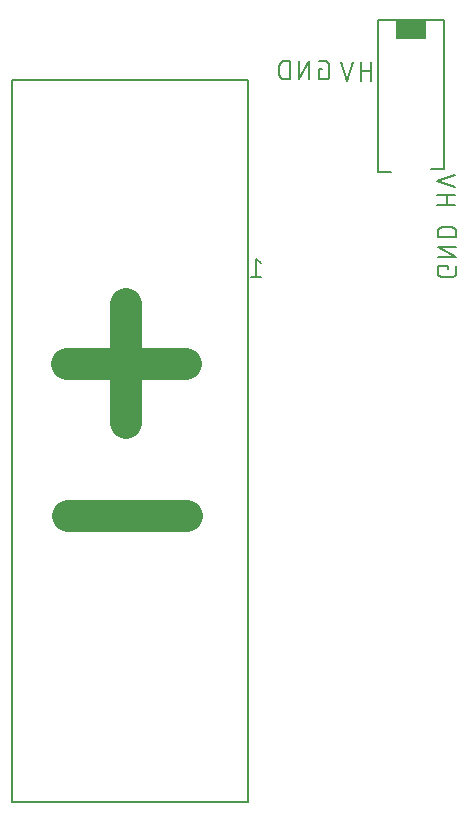
<source format=gbr>
G04 EAGLE Gerber RS-274X export*
G75*
%MOMM*%
%FSLAX34Y34*%
%LPD*%
%INSilkscreen Bottom*%
%IPPOS*%
%AMOC8*
5,1,8,0,0,1.08239X$1,22.5*%
G01*
%ADD10C,2.667000*%
%ADD11C,0.203200*%
%ADD12R,2.500000X1.500000*%
%ADD13C,0.127000*%


D10*
X49579Y57276D02*
X-51175Y57276D01*
X-798Y6899D02*
X-798Y107652D01*
X-50667Y-71248D02*
X50087Y-71248D01*
D11*
X261974Y191800D02*
X277722Y191800D01*
X270723Y191800D02*
X270723Y200549D01*
X277722Y200549D02*
X261974Y200549D01*
X261974Y212327D02*
X277722Y207077D01*
X277722Y217576D02*
X261974Y212327D01*
X206654Y296826D02*
X206654Y312574D01*
X206654Y305575D02*
X197905Y305575D01*
X197905Y312574D02*
X197905Y296826D01*
X186127Y296826D02*
X191377Y312574D01*
X180878Y312574D02*
X186127Y296826D01*
X271485Y139811D02*
X271485Y137186D01*
X271485Y139811D02*
X262736Y139811D01*
X262736Y134562D01*
X262738Y134445D01*
X262744Y134328D01*
X262754Y134212D01*
X262767Y134095D01*
X262785Y133980D01*
X262806Y133865D01*
X262831Y133751D01*
X262860Y133637D01*
X262893Y133525D01*
X262930Y133414D01*
X262970Y133304D01*
X263014Y133196D01*
X263061Y133089D01*
X263112Y132983D01*
X263167Y132880D01*
X263225Y132778D01*
X263286Y132679D01*
X263350Y132581D01*
X263418Y132486D01*
X263489Y132393D01*
X263563Y132302D01*
X263640Y132214D01*
X263720Y132129D01*
X263803Y132046D01*
X263888Y131966D01*
X263976Y131889D01*
X264067Y131815D01*
X264160Y131744D01*
X264255Y131676D01*
X264353Y131612D01*
X264452Y131551D01*
X264554Y131493D01*
X264657Y131438D01*
X264763Y131387D01*
X264870Y131340D01*
X264978Y131296D01*
X265088Y131256D01*
X265199Y131219D01*
X265311Y131186D01*
X265425Y131157D01*
X265539Y131132D01*
X265654Y131111D01*
X265769Y131093D01*
X265886Y131080D01*
X266002Y131070D01*
X266119Y131064D01*
X266236Y131062D01*
X274984Y131062D01*
X275101Y131064D01*
X275218Y131070D01*
X275334Y131080D01*
X275451Y131093D01*
X275566Y131111D01*
X275681Y131132D01*
X275795Y131157D01*
X275909Y131186D01*
X276021Y131219D01*
X276132Y131256D01*
X276242Y131296D01*
X276350Y131340D01*
X276457Y131387D01*
X276563Y131438D01*
X276666Y131493D01*
X276768Y131551D01*
X276867Y131612D01*
X276965Y131676D01*
X277060Y131744D01*
X277153Y131815D01*
X277244Y131889D01*
X277332Y131966D01*
X277417Y132046D01*
X277500Y132129D01*
X277580Y132214D01*
X277657Y132302D01*
X277731Y132393D01*
X277802Y132486D01*
X277870Y132581D01*
X277934Y132679D01*
X277995Y132778D01*
X278053Y132880D01*
X278108Y132983D01*
X278159Y133089D01*
X278206Y133196D01*
X278250Y133304D01*
X278290Y133414D01*
X278327Y133525D01*
X278360Y133637D01*
X278389Y133751D01*
X278414Y133865D01*
X278435Y133980D01*
X278453Y134095D01*
X278466Y134212D01*
X278476Y134328D01*
X278482Y134445D01*
X278484Y134562D01*
X278484Y139811D01*
X278484Y147736D02*
X262736Y147736D01*
X262736Y156484D02*
X278484Y147736D01*
X278484Y156484D02*
X262736Y156484D01*
X262736Y164409D02*
X278484Y164409D01*
X278484Y168783D01*
X278482Y168913D01*
X278476Y169042D01*
X278467Y169171D01*
X278453Y169300D01*
X278436Y169429D01*
X278415Y169557D01*
X278390Y169684D01*
X278362Y169810D01*
X278329Y169936D01*
X278293Y170060D01*
X278254Y170184D01*
X278210Y170306D01*
X278163Y170427D01*
X278113Y170546D01*
X278059Y170664D01*
X278001Y170780D01*
X277940Y170895D01*
X277876Y171007D01*
X277809Y171118D01*
X277738Y171227D01*
X277664Y171333D01*
X277587Y171437D01*
X277507Y171539D01*
X277423Y171638D01*
X277337Y171735D01*
X277248Y171830D01*
X277157Y171921D01*
X277062Y172010D01*
X276965Y172096D01*
X276866Y172180D01*
X276764Y172260D01*
X276660Y172337D01*
X276554Y172411D01*
X276445Y172482D01*
X276334Y172549D01*
X276222Y172613D01*
X276107Y172674D01*
X275991Y172732D01*
X275873Y172786D01*
X275754Y172836D01*
X275633Y172883D01*
X275511Y172927D01*
X275387Y172966D01*
X275263Y173002D01*
X275137Y173035D01*
X275011Y173063D01*
X274884Y173088D01*
X274756Y173109D01*
X274627Y173126D01*
X274498Y173140D01*
X274369Y173149D01*
X274240Y173155D01*
X274110Y173157D01*
X274110Y173158D02*
X267110Y173158D01*
X267110Y173157D02*
X266980Y173155D01*
X266851Y173149D01*
X266722Y173140D01*
X266593Y173126D01*
X266464Y173109D01*
X266336Y173088D01*
X266209Y173063D01*
X266083Y173035D01*
X265957Y173002D01*
X265833Y172966D01*
X265709Y172927D01*
X265587Y172883D01*
X265466Y172836D01*
X265347Y172786D01*
X265229Y172732D01*
X265113Y172674D01*
X264998Y172613D01*
X264886Y172549D01*
X264775Y172482D01*
X264666Y172411D01*
X264560Y172337D01*
X264456Y172260D01*
X264354Y172180D01*
X264255Y172096D01*
X264158Y172010D01*
X264063Y171921D01*
X263972Y171830D01*
X263883Y171735D01*
X263797Y171638D01*
X263713Y171539D01*
X263633Y171437D01*
X263556Y171333D01*
X263482Y171227D01*
X263411Y171118D01*
X263344Y171007D01*
X263280Y170895D01*
X263219Y170780D01*
X263161Y170664D01*
X263107Y170546D01*
X263057Y170427D01*
X263010Y170306D01*
X262966Y170184D01*
X262927Y170060D01*
X262891Y169936D01*
X262858Y169810D01*
X262830Y169684D01*
X262805Y169557D01*
X262784Y169429D01*
X262767Y169300D01*
X262753Y169171D01*
X262744Y169042D01*
X262738Y168913D01*
X262736Y168783D01*
X262736Y164409D01*
X164748Y306845D02*
X162123Y306845D01*
X162123Y298096D01*
X167372Y298096D01*
X167489Y298098D01*
X167606Y298104D01*
X167722Y298114D01*
X167839Y298127D01*
X167954Y298145D01*
X168069Y298166D01*
X168183Y298191D01*
X168297Y298220D01*
X168409Y298253D01*
X168520Y298290D01*
X168630Y298330D01*
X168738Y298374D01*
X168845Y298421D01*
X168951Y298472D01*
X169054Y298527D01*
X169156Y298585D01*
X169255Y298646D01*
X169353Y298710D01*
X169448Y298778D01*
X169541Y298849D01*
X169632Y298923D01*
X169720Y299000D01*
X169805Y299080D01*
X169888Y299163D01*
X169968Y299248D01*
X170045Y299336D01*
X170119Y299427D01*
X170190Y299520D01*
X170258Y299615D01*
X170322Y299713D01*
X170383Y299812D01*
X170441Y299914D01*
X170496Y300017D01*
X170547Y300123D01*
X170594Y300230D01*
X170638Y300338D01*
X170678Y300448D01*
X170715Y300559D01*
X170748Y300671D01*
X170777Y300785D01*
X170802Y300899D01*
X170823Y301014D01*
X170841Y301130D01*
X170854Y301246D01*
X170864Y301362D01*
X170870Y301479D01*
X170872Y301596D01*
X170872Y310344D01*
X170870Y310461D01*
X170864Y310578D01*
X170854Y310694D01*
X170841Y310810D01*
X170823Y310926D01*
X170802Y311041D01*
X170777Y311155D01*
X170748Y311269D01*
X170715Y311381D01*
X170678Y311492D01*
X170638Y311602D01*
X170594Y311710D01*
X170547Y311817D01*
X170496Y311923D01*
X170441Y312026D01*
X170383Y312128D01*
X170322Y312227D01*
X170258Y312325D01*
X170190Y312420D01*
X170119Y312513D01*
X170045Y312604D01*
X169968Y312692D01*
X169888Y312777D01*
X169805Y312860D01*
X169720Y312940D01*
X169632Y313017D01*
X169541Y313091D01*
X169448Y313162D01*
X169353Y313230D01*
X169255Y313294D01*
X169156Y313355D01*
X169054Y313413D01*
X168951Y313468D01*
X168845Y313519D01*
X168738Y313566D01*
X168630Y313610D01*
X168520Y313650D01*
X168409Y313687D01*
X168297Y313720D01*
X168183Y313749D01*
X168069Y313774D01*
X167954Y313795D01*
X167839Y313813D01*
X167722Y313826D01*
X167606Y313836D01*
X167489Y313842D01*
X167372Y313844D01*
X162123Y313844D01*
X154198Y313844D02*
X154198Y298096D01*
X145450Y298096D02*
X154198Y313844D01*
X145450Y313844D02*
X145450Y298096D01*
X137525Y298096D02*
X137525Y313844D01*
X133151Y313844D01*
X133021Y313842D01*
X132892Y313836D01*
X132763Y313827D01*
X132634Y313813D01*
X132505Y313796D01*
X132377Y313775D01*
X132250Y313750D01*
X132124Y313722D01*
X131998Y313689D01*
X131874Y313653D01*
X131750Y313614D01*
X131628Y313570D01*
X131507Y313523D01*
X131388Y313473D01*
X131270Y313419D01*
X131154Y313361D01*
X131039Y313300D01*
X130927Y313236D01*
X130816Y313169D01*
X130707Y313098D01*
X130601Y313024D01*
X130497Y312947D01*
X130395Y312867D01*
X130296Y312783D01*
X130199Y312697D01*
X130104Y312608D01*
X130013Y312517D01*
X129924Y312422D01*
X129838Y312325D01*
X129754Y312226D01*
X129674Y312124D01*
X129597Y312020D01*
X129523Y311914D01*
X129452Y311805D01*
X129385Y311694D01*
X129321Y311582D01*
X129260Y311467D01*
X129202Y311351D01*
X129148Y311233D01*
X129098Y311114D01*
X129051Y310993D01*
X129007Y310871D01*
X128968Y310747D01*
X128932Y310623D01*
X128899Y310497D01*
X128871Y310371D01*
X128846Y310244D01*
X128825Y310116D01*
X128808Y309987D01*
X128794Y309858D01*
X128785Y309729D01*
X128779Y309600D01*
X128777Y309470D01*
X128776Y309470D02*
X128776Y302470D01*
X128777Y302470D02*
X128779Y302340D01*
X128785Y302211D01*
X128794Y302082D01*
X128808Y301953D01*
X128825Y301824D01*
X128846Y301696D01*
X128871Y301569D01*
X128899Y301443D01*
X128932Y301317D01*
X128968Y301193D01*
X129007Y301069D01*
X129051Y300947D01*
X129098Y300826D01*
X129148Y300707D01*
X129202Y300589D01*
X129260Y300473D01*
X129321Y300358D01*
X129385Y300246D01*
X129452Y300135D01*
X129523Y300026D01*
X129597Y299920D01*
X129674Y299816D01*
X129754Y299714D01*
X129838Y299615D01*
X129924Y299518D01*
X130013Y299423D01*
X130104Y299332D01*
X130199Y299243D01*
X130296Y299157D01*
X130395Y299073D01*
X130497Y298993D01*
X130601Y298916D01*
X130707Y298842D01*
X130816Y298771D01*
X130927Y298704D01*
X131039Y298640D01*
X131154Y298579D01*
X131270Y298521D01*
X131388Y298467D01*
X131507Y298417D01*
X131628Y298370D01*
X131750Y298326D01*
X131874Y298287D01*
X131998Y298251D01*
X132124Y298218D01*
X132250Y298190D01*
X132377Y298165D01*
X132505Y298144D01*
X132634Y298127D01*
X132763Y298113D01*
X132892Y298104D01*
X133021Y298098D01*
X133151Y298096D01*
X137525Y298096D01*
X109164Y146436D02*
X113538Y142936D01*
X109164Y146436D02*
X109164Y130688D01*
X113538Y130688D02*
X104789Y130688D01*
X212280Y220141D02*
X223280Y220141D01*
X212280Y220141D02*
X212280Y348141D01*
X268460Y348141D01*
X268460Y222141D01*
X257460Y222141D01*
D12*
X240370Y339641D03*
D13*
X-97750Y298020D02*
X-97750Y-313390D01*
X102250Y-313390D02*
X102250Y298020D01*
X-97750Y298020D01*
X-97750Y-313390D02*
X102250Y-313390D01*
M02*

</source>
